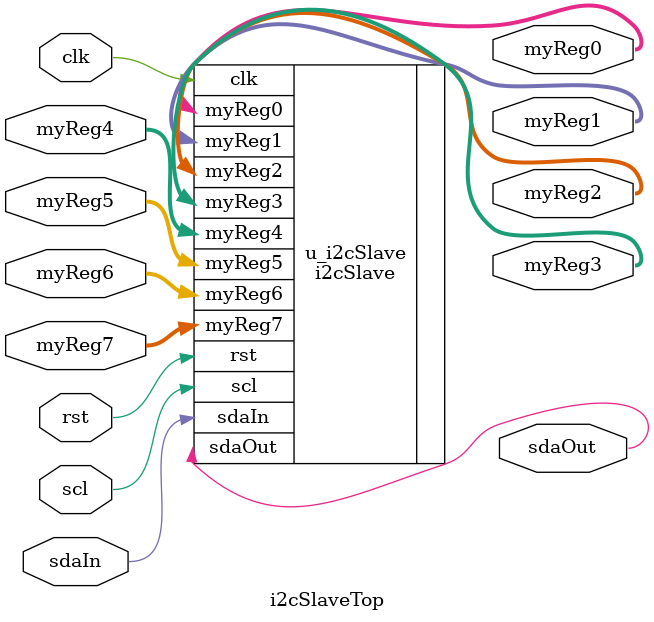
<source format=v>
`include "i2cSlave_define.v"


module i2cSlaveTop (
  clk,
  rst,
  sdaIn,
  sdaOut,
  scl,
  myReg0,
  myReg1,
  myReg2,
  myReg3,
  myReg4,
  myReg5,
  myReg6,
  myReg7,
);
input clk;
input rst;
input sdaIn;
output sdaOut;
input scl;
output [7:0] myReg0;
output [7:0] myReg1;
output [7:0] myReg2;
output [7:0] myReg3;
input [7:0] myReg4;
input [7:0] myReg5;
input [7:0] myReg6;
input [7:0] myReg7;


i2cSlave u_i2cSlave(
  .clk(clk),
  .rst(rst),
  .sdaIn(sdaIn),
  .sdaOut(sdaOut),
  .scl(scl),
  .myReg0(myReg0),
  .myReg1(myReg1),
  .myReg2(myReg2),
  .myReg3(myReg3),
  .myReg4(myReg4),
  .myReg5(myReg5),
  .myReg6(myReg6),
  .myReg7(myReg7)

);


endmodule


 

</source>
